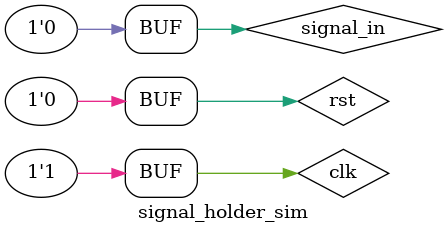
<source format=v>
`timescale 1ns / 1ps


module signal_holder_sim;

reg clk;
reg rst;
reg signal_in;
wire signal_out;
wire test;

holder #(.HOLD_TIME(0))
    collision_holder(
        .clk(clk),
        .rst(0),
        .signal_in(signal_in),
        .signal_out(signal_out)
    );
    
    always
    begin
        clk = 1'b0;
        #5;
        clk = 1'b1;
        #5;
    end  
    
    initial
    begin
    #2
    rst = 1;
    #10
    rst = 0;
    #60
    signal_in = 1;
    #3
    signal_in = 0;
    end  
endmodule

</source>
